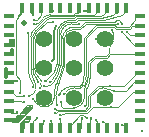
<source format=gbr>
G04 DipTrace 3.3.1.0*
G04 Bottom.gbr*
%MOMM*%
G04 #@! TF.FileFunction,Copper,L4,Bot*
G04 #@! TF.Part,Single*
G04 #@! TA.AperFunction,Conductor*
%ADD11C,0.14*%
%ADD12C,0.0762*%
%ADD13C,0.153*%
%ADD14C,0.3*%
G04 #@! TA.AperFunction,CopperBalancing*
%ADD16C,0.1*%
%ADD56R,0.9X0.4*%
%ADD58R,0.4X0.9*%
%ADD60C,1.4*%
%ADD62C,1.4*%
%ADD64C,0.5*%
G04 #@! TA.AperFunction,ViaPad*
%ADD66C,0.306*%
%FSLAX35Y35*%
G04*
G71*
G90*
G75*
G01*
G04 Bottom*
%LPD*%
X711757Y263457D2*
D12*
X726963Y278663D1*
Y377170D1*
G02X730187Y408393I136515J1685D01*
G01*
X748637Y462343D1*
G03X755897Y492597I-107171J41716D01*
G01*
Y622937D1*
X802553Y669593D1*
X898680D1*
X929087Y700000D1*
X1180000D1*
X45000Y575000D2*
D14*
Y505000D1*
X611000Y844000D2*
D12*
X625000Y830000D1*
X335140Y850250D2*
X402900D1*
X403003Y850353D1*
X390353D1*
X370000Y830000D1*
X350000Y595000D2*
X355000D1*
X370000Y580000D1*
X45000Y540000D2*
X70000D1*
X1160000Y140000D2*
X1180000D1*
X1160000Y300000D2*
X1180000D1*
X1200000Y620000D2*
X1180000D1*
X505000Y1110000D2*
Y1090000D1*
X585000Y1110000D2*
Y1090000D1*
X630170Y362523D2*
Y335170D1*
X625000Y330000D1*
X671550Y324427D2*
X630573D1*
X625000Y330000D1*
X881137Y350073D2*
Y331137D1*
X880000Y330000D1*
X870953Y599147D2*
Y589047D1*
X880000Y580000D1*
X870000Y830000D2*
X880000D1*
X632153Y577193D2*
X627807D1*
X625000Y580000D1*
X375243Y319800D2*
Y324757D1*
X370000Y330000D1*
X43017Y859883D2*
X75017D1*
X70117D1*
X70000Y860000D1*
X276087Y418913D2*
Y433990D1*
X255483Y478430D1*
G02X235210Y546547I223358J103553D01*
G01*
Y879363D1*
X160000Y1020853D2*
X129730Y990583D1*
Y519087D1*
X167953Y480863D1*
Y370000D1*
X160000Y1020853D2*
D13*
X174703Y1035557D1*
Y1090000D1*
X185000D1*
X1180000Y221267D2*
D11*
Y220000D1*
X272430Y1029283D2*
D13*
X265000Y1056000D1*
D12*
Y1090000D1*
X509473Y291960D2*
Y263180D1*
X527930Y244723D1*
X618823D1*
G03X709563Y334437I-1008J91766D01*
G01*
Y385700D1*
G02X718063Y425570I139869J-8978D01*
G01*
X732780Y467420D1*
G03X739610Y502010I-80887J33941D01*
G01*
Y628843D1*
X795890Y685123D1*
X892483D1*
X915293Y707933D1*
Y750067D1*
X927730Y762503D1*
G03X951277Y871713I-48258J67548D01*
G01*
X944610Y899110D1*
X984263Y89297D2*
Y90380D1*
X979230Y100000D1*
X988000D1*
Y73000D1*
X985000Y70000D1*
X868120Y124183D2*
Y130530D1*
X898650Y100000D1*
X897813D1*
X905000Y70000D1*
X804967Y138330D2*
X817977Y125320D1*
Y96813D1*
X835557Y70000D1*
X825000D1*
X768527Y155850D2*
X760000Y140143D1*
Y108000D1*
X752000Y63000D1*
X745000Y70000D1*
X689643Y154980D2*
X679990Y139140D1*
Y70000D1*
X665000D1*
X728773Y155853D2*
X701850Y182777D1*
X674777D1*
X585000Y93000D1*
Y70000D1*
X424000Y1064000D2*
X425000Y1065000D1*
Y1090000D1*
X330620Y414283D2*
X340000Y440000D1*
G03X324557Y500003I-40857J21474D01*
G01*
G02X288000Y579597I65189J78133D01*
G01*
Y830743D1*
G02X311683Y891683I78990J4374D01*
G01*
X394937Y974937D1*
X444087D1*
Y1061433D2*
D13*
X436000D1*
D12*
X425000Y1090000D1*
X284000Y992000D2*
X304000D1*
X345000Y1033000D1*
Y1090000D1*
X94917Y1020823D2*
D13*
X70000D1*
Y1020000D1*
X92337Y940177D2*
Y944000D1*
D12*
X74000Y936000D1*
X70000Y940000D1*
X199983Y296187D2*
X152000Y300000D1*
X70000D1*
X367640Y427360D2*
X394563D1*
G03X448370Y456533I-6768J76689D01*
G01*
G03X509037Y606397I-211090J172663D01*
G01*
Y864830D1*
G02X604887Y955727I95844J-5082D01*
G01*
X660050D1*
X708000Y1064000D2*
D13*
X739573D1*
D12*
X745000Y1090000D1*
X140907Y469397D2*
D13*
X70000D1*
D12*
Y460000D1*
X197837Y342837D2*
X174050Y342007D1*
X133243D1*
X103250Y372000D1*
X78000D1*
X70000Y380000D1*
X1065000Y70000D2*
Y100000D1*
X1028000D1*
X140993Y208007D2*
X134993Y204000D1*
X104000D1*
X70000Y212000D1*
Y220000D1*
X368000Y136000D2*
X356000Y124000D1*
Y107997D1*
X345990Y97987D1*
X348000Y92000D1*
X345000Y65000D1*
Y70000D1*
X426497Y135290D2*
Y96000D1*
X420000Y75000D1*
X425000Y70000D1*
X503887Y146703D2*
X505000Y70000D1*
X474857Y270850D2*
X470877Y296640D1*
X468550Y312547D1*
Y346203D1*
G02X489237Y448373I249795J2602D01*
G01*
X495507Y461207D1*
G03X539773Y589283I-323816J183607D01*
G01*
X539783Y833600D1*
G02X623417Y911930I81821J-3548D01*
G01*
X676280D1*
X721120Y956770D1*
X991500D1*
X1026540Y887000D2*
X1133540Y780000D1*
X1180000D1*
X275690Y320690D2*
X300867Y285500D1*
G03X453107Y330320I69261J45708D01*
G01*
Y365210D1*
G02X469537Y445987I216969J-2072D01*
G01*
X478687Y464887D1*
G03X524513Y595470I-288641J174628D01*
G01*
Y834870D1*
G02X622120Y927873I96496J-3552D01*
G01*
X670357D1*
X714717Y972233D1*
X967240D1*
X979427Y984420D1*
X1003527D1*
X1030723Y957223D1*
X1067580Y886673D2*
X1094253Y860000D1*
X1180000D1*
X533633Y361273D2*
X553593Y381233D1*
G02X626680Y412963I71050J-63618D01*
G01*
X675593D1*
G03X701913Y429690I-4125J35561D01*
G01*
X719050Y481907D1*
G03X724140Y514013I-108236J33616D01*
G01*
Y833597D1*
X816573Y926030D1*
X961357D1*
X973323Y914063D1*
X1093317D1*
X1115253Y936000D1*
X1152000D1*
X1156000Y940000D1*
X1180000D1*
X496377Y348623D2*
X501387Y365587D1*
G02X516450Y387197I53117J-20971D01*
G01*
G02X622133Y428473I101701J-104460D01*
G01*
X672777D1*
G03X687123Y438893I-1349J16944D01*
G01*
X701580Y484247D1*
G03X707757Y521917I-140993J42460D01*
G01*
Y839257D1*
X809963Y941463D1*
X967593D1*
X979650Y929407D1*
X1086547D1*
X1141763Y984623D1*
Y1020000D1*
X1180000D1*
X414940Y463483D2*
X436857Y480040D1*
G03X493793Y610237I-160381J147685D01*
G01*
Y867153D1*
G02X595403Y971213I104666J-563D01*
G01*
X636873D1*
X653227Y987567D1*
X878093D1*
X1026267Y1026267D1*
X1065000Y1065000D1*
Y1090000D1*
X374380Y470620D2*
X381717D1*
G02X406907Y490993I38860J-22287D01*
G01*
G03X478113Y615707I-101742J140776D01*
G01*
Y866093D1*
G02X595147Y986533I117447J2957D01*
G01*
X628680D1*
X645127Y1002980D1*
X851260D1*
X947450Y1028557D1*
X969957Y1051063D1*
X985000D1*
Y1090000D1*
X316717Y464673D2*
X302630Y495783D1*
G02X272000Y574387I79866J76392D01*
G01*
X272090Y845203D1*
G02X300487Y902490I94145J-10986D01*
G01*
X383257Y985083D1*
G02X424890Y1002053I42096J-43721D01*
G01*
X622627D1*
X638790Y1018217D1*
X844490D1*
X868530Y1028697D1*
X894690Y1054853D1*
X905000Y1090000D1*
X825000D2*
Y1052000D1*
X812380D1*
X793953Y1033573D1*
X632200D1*
X616203Y1017577D1*
X422383D1*
G03X370970Y994840I1989J-73994D01*
G01*
X286650Y910520D1*
G03X256610Y845613I59925J-67139D01*
G01*
Y542410D1*
G03X294413Y446497I429551J113897D01*
G01*
X295027Y445353D1*
G02X300017Y396280I-44530J-29318D01*
G01*
G02X243603Y343150I-87952J36873D01*
G01*
X439113Y644403D2*
D13*
X455417Y660707D1*
Y885383D1*
X464133Y921653D1*
X466827Y934597D1*
X309133Y161363D2*
D12*
X277400Y129630D1*
Y108433D1*
X264000Y70000D1*
X265000D1*
X459340Y235660D2*
X480733Y229243D1*
X715870D1*
X742477Y255850D1*
Y347243D1*
X825853Y430620D1*
X925000D1*
X1045387D1*
X1142753Y527987D1*
X1147527D1*
X1180000Y550000D1*
Y540000D1*
X462007Y197333D2*
X468737Y200000D1*
X482610Y213873D1*
X722167D1*
X757813Y249520D1*
Y340147D1*
X832683Y415017D1*
X861397D1*
G02X956000Y388000I-7418J-205119D01*
G01*
X1060930D1*
X1132103Y459173D1*
X1180000D1*
Y460000D1*
X505300Y186047D2*
X554610Y198363D1*
X728690D1*
X778327Y248000D1*
X932000D1*
X992000D1*
X1124000Y380000D1*
X1180000D1*
X284000Y952000D2*
X319340Y965090D1*
X361710Y1007460D1*
G02X421707Y1033340I59394J-55206D01*
G01*
X610117D1*
X626520Y1049743D1*
X659293D1*
X665000Y1090000D1*
X92607Y701477D2*
D14*
X92507Y736000D1*
X92607Y701477D2*
D12*
X71477D1*
X70000Y700000D1*
X226927Y162927D2*
X185000Y121000D1*
Y70000D1*
X44927Y619730D2*
X69730D1*
X70000Y620000D1*
D66*
X711757Y263457D3*
X611000Y844000D3*
X276087Y418913D3*
X235210Y879363D3*
X160000Y1020853D3*
X167953Y370000D3*
X160000Y1020853D3*
X1180000Y221267D3*
X272430Y1029283D3*
X509473Y291960D3*
X944610Y899110D3*
X984263Y89297D3*
X868120Y124183D3*
X804967Y138330D3*
X768527Y155850D3*
X689643Y154980D3*
X728773Y155853D3*
X330620Y414283D3*
X444087Y974937D3*
Y1061433D3*
X284000Y992000D3*
X94917Y1020823D3*
X92337Y940177D3*
X199983Y296187D3*
X367640Y427360D3*
X660050Y955727D3*
X708000Y1064000D3*
X140907Y469397D3*
X197837Y342837D3*
X1028000Y100000D3*
X140993Y208007D3*
X368000Y136000D3*
X426497Y135290D3*
X503887Y146703D3*
X474857Y270850D3*
X991500Y956770D3*
X1026540Y887000D3*
X275690Y320690D3*
X1030723Y957223D3*
X1067580Y886673D3*
X533633Y361273D3*
X496377Y348623D3*
X414940Y463483D3*
X374380Y470620D3*
X316717Y464673D3*
X243603Y343150D3*
X439113Y644403D3*
X466827Y934597D3*
X309133Y161363D3*
X459340Y235660D3*
X925000Y430620D3*
X462007Y197333D3*
X956000Y388000D3*
X505300Y186047D3*
X932000Y248000D3*
X284000Y952000D3*
X226927Y162927D3*
X43017Y859883D3*
X75017D3*
X92507Y736000D3*
X92607Y701477D3*
X90000Y815000D3*
X100000Y785000D3*
X44927Y619730D3*
X140000Y140000D3*
X165000Y165000D3*
X45000Y540000D3*
X350000Y595000D3*
X249640Y248610D3*
X375243Y319800D3*
X45000Y575000D3*
Y505000D3*
X900000Y870000D3*
X870000Y830000D3*
X890000Y290000D3*
X820467Y292110D3*
X809183Y828687D3*
X927847Y600390D3*
X870953Y599147D3*
X881137Y350073D3*
X653350Y608123D3*
X671550Y324427D3*
X630170Y362523D3*
X632153Y577193D3*
X661680Y829730D3*
X585000Y1110000D3*
X505000D3*
X403003Y850353D3*
X1200000Y620000D3*
X335140Y850250D3*
X1200000Y300000D3*
X1160000D3*
Y140000D3*
X1200000D3*
Y50000D3*
X214740Y165333D2*
D16*
X244770D1*
X205073Y155667D2*
X244830D1*
X195403Y146000D2*
X242680D1*
X185757Y136333D2*
X237057D1*
X176087Y126667D2*
X230983D1*
X171010Y117000D2*
X200923D1*
X171010Y107333D2*
X197993D1*
X171010Y97667D2*
X197993D1*
X171010Y88000D2*
X197993D1*
X171010Y78333D2*
X197993D1*
X231980Y125907D2*
Y128020D1*
X233210D1*
X245857Y149723D1*
X245667Y174907D1*
X223383Y174960D1*
X170007Y121593D1*
X170000Y74747D1*
X198980Y73263D1*
X199060Y112783D1*
X199543Y114270D1*
X200467Y115537D1*
X205060Y120047D1*
X206453Y120757D1*
X208000Y121000D1*
X229140D1*
X231977Y125893D1*
X218413Y255333D2*
X268990D1*
X208743Y245667D2*
X267603D1*
X199077Y236000D2*
X257937D1*
X189407Y226333D2*
X248267D1*
X179740Y216667D2*
X238600D1*
X170287Y207000D2*
X228930D1*
X168217Y197333D2*
X219263D1*
X161693Y187667D2*
X209597D1*
X141070Y178000D2*
X199927D1*
X131400Y168333D2*
X190260D1*
X121733Y158667D2*
X180593D1*
X101010Y149000D2*
X170923D1*
X101010Y139333D2*
X161257D1*
X101010Y129667D2*
X151587D1*
X169283Y207217D2*
X168963Y203577D1*
X167927Y199257D1*
X166227Y195150D1*
X163903Y191360D1*
X161020Y187980D1*
X157640Y185097D1*
X153850Y182773D1*
X149743Y181073D1*
X145423Y180037D1*
X141783Y179717D1*
X117940Y155953D1*
X116547Y155243D1*
X115000Y155000D1*
X100020D1*
X100000Y125020D1*
X147910Y125000D1*
X270000Y247073D1*
Y264980D1*
X227090Y265000D1*
X169303Y207230D1*
X76010Y820333D2*
X111530D1*
X76010Y810667D2*
X111530D1*
X76010Y801000D2*
X111530D1*
X76010Y791333D2*
X111530D1*
X76010Y781667D2*
X111530D1*
X76010Y772000D2*
X111530D1*
X112520Y826600D2*
X74983D1*
X75000Y765020D1*
X112520Y765000D1*
Y826607D1*
D56*
X70000Y1020000D3*
Y940000D3*
Y860000D3*
Y780000D3*
Y700000D3*
Y620000D3*
Y540000D3*
Y460000D3*
Y380000D3*
Y300000D3*
Y220000D3*
Y140000D3*
D58*
X185000Y70000D3*
X265000D3*
X345000D3*
X425000D3*
X505000D3*
X585000D3*
X665000D3*
X745000D3*
X825000D3*
X905000D3*
X985000D3*
X1065000D3*
D56*
X1180000Y140000D3*
Y220000D3*
Y300000D3*
Y380000D3*
Y460000D3*
Y540000D3*
Y620000D3*
Y700000D3*
Y780000D3*
Y860000D3*
Y940000D3*
Y1020000D3*
D58*
X1065000Y1090000D3*
X985000D3*
X905000D3*
X825000D3*
X745000D3*
X665000D3*
X585000D3*
X505000D3*
X425000D3*
X345000D3*
X265000D3*
X185000D3*
D60*
X370000Y830000D3*
Y580000D3*
X625000Y830000D3*
Y580000D3*
X880000Y830000D3*
Y580000D3*
D62*
Y330000D3*
X625000D3*
D60*
X370000D3*
D64*
X200000Y960000D3*
M02*

</source>
